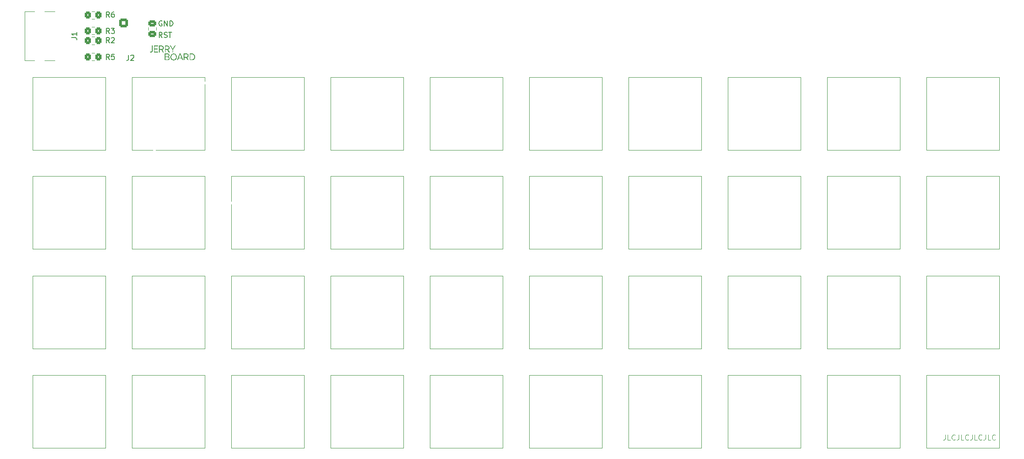
<source format=gto>
G04 #@! TF.GenerationSoftware,KiCad,Pcbnew,8.0.9-8.0.9-0~ubuntu22.04.1*
G04 #@! TF.CreationDate,2025-05-05T00:51:58+08:00*
G04 #@! TF.ProjectId,macropad,6d616372-6f70-4616-942e-6b696361645f,rev?*
G04 #@! TF.SameCoordinates,Original*
G04 #@! TF.FileFunction,Legend,Top*
G04 #@! TF.FilePolarity,Positive*
%FSLAX46Y46*%
G04 Gerber Fmt 4.6, Leading zero omitted, Abs format (unit mm)*
G04 Created by KiCad (PCBNEW 8.0.9-8.0.9-0~ubuntu22.04.1) date 2025-05-05 00:51:58*
%MOMM*%
%LPD*%
G01*
G04 APERTURE LIST*
G04 Aperture macros list*
%AMRoundRect*
0 Rectangle with rounded corners*
0 $1 Rounding radius*
0 $2 $3 $4 $5 $6 $7 $8 $9 X,Y pos of 4 corners*
0 Add a 4 corners polygon primitive as box body*
4,1,4,$2,$3,$4,$5,$6,$7,$8,$9,$2,$3,0*
0 Add four circle primitives for the rounded corners*
1,1,$1+$1,$2,$3*
1,1,$1+$1,$4,$5*
1,1,$1+$1,$6,$7*
1,1,$1+$1,$8,$9*
0 Add four rect primitives between the rounded corners*
20,1,$1+$1,$2,$3,$4,$5,0*
20,1,$1+$1,$4,$5,$6,$7,0*
20,1,$1+$1,$6,$7,$8,$9,0*
20,1,$1+$1,$8,$9,$2,$3,0*%
G04 Aperture macros list end*
%ADD10C,0.100000*%
%ADD11C,0.150000*%
%ADD12C,0.120000*%
%ADD13C,1.700000*%
%ADD14C,4.000000*%
%ADD15C,2.200000*%
%ADD16RoundRect,0.250000X-0.475000X0.337500X-0.475000X-0.337500X0.475000X-0.337500X0.475000X0.337500X0*%
%ADD17C,5.300000*%
%ADD18RoundRect,0.250000X-0.600000X-0.600000X0.600000X-0.600000X0.600000X0.600000X-0.600000X0.600000X0*%
%ADD19RoundRect,0.250000X0.350000X0.450000X-0.350000X0.450000X-0.350000X-0.450000X0.350000X-0.450000X0*%
%ADD20RoundRect,0.250000X-0.350000X-0.450000X0.350000X-0.450000X0.350000X0.450000X-0.350000X0.450000X0*%
%ADD21C,0.650000*%
%ADD22R,1.450000X0.600000*%
%ADD23R,1.450000X0.300000*%
%ADD24O,2.100000X1.000000*%
%ADD25O,1.600000X1.000000*%
%ADD26C,0.600000*%
G04 APERTURE END LIST*
D10*
X249339598Y-156872419D02*
X249339598Y-157586704D01*
X249339598Y-157586704D02*
X249291979Y-157729561D01*
X249291979Y-157729561D02*
X249196741Y-157824800D01*
X249196741Y-157824800D02*
X249053884Y-157872419D01*
X249053884Y-157872419D02*
X248958646Y-157872419D01*
X250291979Y-157872419D02*
X249815789Y-157872419D01*
X249815789Y-157872419D02*
X249815789Y-156872419D01*
X251196741Y-157777180D02*
X251149122Y-157824800D01*
X251149122Y-157824800D02*
X251006265Y-157872419D01*
X251006265Y-157872419D02*
X250911027Y-157872419D01*
X250911027Y-157872419D02*
X250768170Y-157824800D01*
X250768170Y-157824800D02*
X250672932Y-157729561D01*
X250672932Y-157729561D02*
X250625313Y-157634323D01*
X250625313Y-157634323D02*
X250577694Y-157443847D01*
X250577694Y-157443847D02*
X250577694Y-157300990D01*
X250577694Y-157300990D02*
X250625313Y-157110514D01*
X250625313Y-157110514D02*
X250672932Y-157015276D01*
X250672932Y-157015276D02*
X250768170Y-156920038D01*
X250768170Y-156920038D02*
X250911027Y-156872419D01*
X250911027Y-156872419D02*
X251006265Y-156872419D01*
X251006265Y-156872419D02*
X251149122Y-156920038D01*
X251149122Y-156920038D02*
X251196741Y-156967657D01*
X251911027Y-156872419D02*
X251911027Y-157586704D01*
X251911027Y-157586704D02*
X251863408Y-157729561D01*
X251863408Y-157729561D02*
X251768170Y-157824800D01*
X251768170Y-157824800D02*
X251625313Y-157872419D01*
X251625313Y-157872419D02*
X251530075Y-157872419D01*
X252863408Y-157872419D02*
X252387218Y-157872419D01*
X252387218Y-157872419D02*
X252387218Y-156872419D01*
X253768170Y-157777180D02*
X253720551Y-157824800D01*
X253720551Y-157824800D02*
X253577694Y-157872419D01*
X253577694Y-157872419D02*
X253482456Y-157872419D01*
X253482456Y-157872419D02*
X253339599Y-157824800D01*
X253339599Y-157824800D02*
X253244361Y-157729561D01*
X253244361Y-157729561D02*
X253196742Y-157634323D01*
X253196742Y-157634323D02*
X253149123Y-157443847D01*
X253149123Y-157443847D02*
X253149123Y-157300990D01*
X253149123Y-157300990D02*
X253196742Y-157110514D01*
X253196742Y-157110514D02*
X253244361Y-157015276D01*
X253244361Y-157015276D02*
X253339599Y-156920038D01*
X253339599Y-156920038D02*
X253482456Y-156872419D01*
X253482456Y-156872419D02*
X253577694Y-156872419D01*
X253577694Y-156872419D02*
X253720551Y-156920038D01*
X253720551Y-156920038D02*
X253768170Y-156967657D01*
X254482456Y-156872419D02*
X254482456Y-157586704D01*
X254482456Y-157586704D02*
X254434837Y-157729561D01*
X254434837Y-157729561D02*
X254339599Y-157824800D01*
X254339599Y-157824800D02*
X254196742Y-157872419D01*
X254196742Y-157872419D02*
X254101504Y-157872419D01*
X255434837Y-157872419D02*
X254958647Y-157872419D01*
X254958647Y-157872419D02*
X254958647Y-156872419D01*
X256339599Y-157777180D02*
X256291980Y-157824800D01*
X256291980Y-157824800D02*
X256149123Y-157872419D01*
X256149123Y-157872419D02*
X256053885Y-157872419D01*
X256053885Y-157872419D02*
X255911028Y-157824800D01*
X255911028Y-157824800D02*
X255815790Y-157729561D01*
X255815790Y-157729561D02*
X255768171Y-157634323D01*
X255768171Y-157634323D02*
X255720552Y-157443847D01*
X255720552Y-157443847D02*
X255720552Y-157300990D01*
X255720552Y-157300990D02*
X255768171Y-157110514D01*
X255768171Y-157110514D02*
X255815790Y-157015276D01*
X255815790Y-157015276D02*
X255911028Y-156920038D01*
X255911028Y-156920038D02*
X256053885Y-156872419D01*
X256053885Y-156872419D02*
X256149123Y-156872419D01*
X256149123Y-156872419D02*
X256291980Y-156920038D01*
X256291980Y-156920038D02*
X256339599Y-156967657D01*
X257053885Y-156872419D02*
X257053885Y-157586704D01*
X257053885Y-157586704D02*
X257006266Y-157729561D01*
X257006266Y-157729561D02*
X256911028Y-157824800D01*
X256911028Y-157824800D02*
X256768171Y-157872419D01*
X256768171Y-157872419D02*
X256672933Y-157872419D01*
X258006266Y-157872419D02*
X257530076Y-157872419D01*
X257530076Y-157872419D02*
X257530076Y-156872419D01*
X258911028Y-157777180D02*
X258863409Y-157824800D01*
X258863409Y-157824800D02*
X258720552Y-157872419D01*
X258720552Y-157872419D02*
X258625314Y-157872419D01*
X258625314Y-157872419D02*
X258482457Y-157824800D01*
X258482457Y-157824800D02*
X258387219Y-157729561D01*
X258387219Y-157729561D02*
X258339600Y-157634323D01*
X258339600Y-157634323D02*
X258291981Y-157443847D01*
X258291981Y-157443847D02*
X258291981Y-157300990D01*
X258291981Y-157300990D02*
X258339600Y-157110514D01*
X258339600Y-157110514D02*
X258387219Y-157015276D01*
X258387219Y-157015276D02*
X258482457Y-156920038D01*
X258482457Y-156920038D02*
X258625314Y-156872419D01*
X258625314Y-156872419D02*
X258720552Y-156872419D01*
X258720552Y-156872419D02*
X258863409Y-156920038D01*
X258863409Y-156920038D02*
X258911028Y-156967657D01*
G36*
X100124449Y-83750299D02*
G01*
X100193217Y-83758158D01*
X100255399Y-83772451D01*
X100327799Y-83801017D01*
X100387853Y-83839824D01*
X100435196Y-83888185D01*
X100469464Y-83945418D01*
X100490293Y-84010836D01*
X100497316Y-84083755D01*
X100496388Y-84110079D01*
X100482934Y-84181411D01*
X100454694Y-84241558D01*
X100413240Y-84290872D01*
X100360140Y-84329704D01*
X100296964Y-84358406D01*
X100309563Y-84361033D01*
X100370427Y-84379946D01*
X100436335Y-84416195D01*
X100490681Y-84468536D01*
X100524248Y-84525441D01*
X100544685Y-84595279D01*
X100550024Y-84660999D01*
X100545819Y-84723195D01*
X100527237Y-84798200D01*
X100494018Y-84863652D01*
X100446368Y-84919007D01*
X100384498Y-84963722D01*
X100308614Y-84997254D01*
X100242631Y-85014738D01*
X100168971Y-85025396D01*
X100087721Y-85029000D01*
X99623513Y-85029000D01*
X99623513Y-84885482D01*
X99781953Y-84885482D01*
X100087721Y-84885482D01*
X100157057Y-84881605D01*
X100231305Y-84866278D01*
X100291514Y-84840038D01*
X100344875Y-84795251D01*
X100377214Y-84737236D01*
X100388091Y-84667349D01*
X100376588Y-84591631D01*
X100342949Y-84530573D01*
X100288481Y-84484701D01*
X100228122Y-84458457D01*
X100154960Y-84443430D01*
X100087721Y-84439690D01*
X99781953Y-84439690D01*
X99781953Y-84885482D01*
X99623513Y-84885482D01*
X99623513Y-84297761D01*
X99781953Y-84297761D01*
X100082323Y-84297761D01*
X100097474Y-84297540D01*
X100166839Y-84289946D01*
X100235497Y-84267119D01*
X100294419Y-84222756D01*
X100329240Y-84160702D01*
X100338876Y-84094551D01*
X100337816Y-84071510D01*
X100322097Y-84009819D01*
X100280651Y-83953006D01*
X100226038Y-83918467D01*
X100154467Y-83898071D01*
X100082323Y-83892611D01*
X99781953Y-83892611D01*
X99781953Y-84297761D01*
X99623513Y-84297761D01*
X99623513Y-83748776D01*
X100075020Y-83748776D01*
X100124449Y-83750299D01*
G37*
G36*
X101341535Y-83749573D02*
G01*
X101406085Y-83755852D01*
X101497480Y-83776517D01*
X101581741Y-83809926D01*
X101658173Y-83855234D01*
X101726080Y-83911598D01*
X101784767Y-83978173D01*
X101833538Y-84054114D01*
X101871698Y-84138576D01*
X101890900Y-84199202D01*
X101904870Y-84262989D01*
X101913404Y-84329688D01*
X101916294Y-84399048D01*
X101915567Y-84434073D01*
X101909829Y-84502180D01*
X101898552Y-84567487D01*
X101881940Y-84629746D01*
X101847471Y-84716875D01*
X101802160Y-84795745D01*
X101746701Y-84865519D01*
X101681790Y-84925354D01*
X101608123Y-84974412D01*
X101526394Y-85011854D01*
X101437300Y-85036838D01*
X101374155Y-85046158D01*
X101308251Y-85049321D01*
X101274968Y-85048525D01*
X101210418Y-85042252D01*
X101119023Y-85021607D01*
X101034762Y-84988225D01*
X100958330Y-84942946D01*
X100890423Y-84886609D01*
X100831736Y-84820055D01*
X100782965Y-84744124D01*
X100744805Y-84659654D01*
X100725603Y-84599013D01*
X100711633Y-84535199D01*
X100703099Y-84468461D01*
X100700209Y-84399048D01*
X100862142Y-84399048D01*
X100864232Y-84453276D01*
X100874989Y-84530502D01*
X100894474Y-84602239D01*
X100922218Y-84667863D01*
X100957752Y-84726755D01*
X101000605Y-84778292D01*
X101050310Y-84821853D01*
X101106397Y-84856815D01*
X101168395Y-84882558D01*
X101235837Y-84898460D01*
X101308251Y-84903898D01*
X101357054Y-84901466D01*
X101426188Y-84888983D01*
X101490024Y-84866451D01*
X101548096Y-84834493D01*
X101599938Y-84793729D01*
X101645083Y-84744782D01*
X101683066Y-84688273D01*
X101713419Y-84624823D01*
X101735677Y-84555055D01*
X101749374Y-84479589D01*
X101754043Y-84399048D01*
X101751957Y-84344877D01*
X101741217Y-84267721D01*
X101721761Y-84196042D01*
X101694054Y-84130461D01*
X101658563Y-84071602D01*
X101615754Y-84020089D01*
X101566092Y-83976545D01*
X101510045Y-83941592D01*
X101448078Y-83915854D01*
X101380658Y-83899954D01*
X101308251Y-83894516D01*
X101259445Y-83896948D01*
X101190294Y-83909430D01*
X101126429Y-83931958D01*
X101068320Y-83963908D01*
X101016436Y-84004658D01*
X100971246Y-84053584D01*
X100933220Y-84110064D01*
X100902827Y-84173473D01*
X100880537Y-84243189D01*
X100866819Y-84318588D01*
X100862142Y-84399048D01*
X100700209Y-84399048D01*
X100700936Y-84364051D01*
X100706673Y-84295990D01*
X100717951Y-84230716D01*
X100734563Y-84168478D01*
X100769032Y-84081363D01*
X100814343Y-84002488D01*
X100869802Y-83932697D01*
X100934713Y-83872836D01*
X101008380Y-83823748D01*
X101090109Y-83786279D01*
X101179203Y-83761272D01*
X101242348Y-83751942D01*
X101308251Y-83748776D01*
X101341535Y-83749573D01*
G37*
G36*
X103114598Y-85029000D02*
G01*
X102945362Y-85029000D01*
X102810736Y-84683542D01*
X102255718Y-84683542D01*
X102120774Y-85029000D01*
X101957254Y-85029000D01*
X102142802Y-84540025D01*
X102303028Y-84540025D01*
X102763426Y-84540025D01*
X102532274Y-83921822D01*
X102303028Y-84540025D01*
X102142802Y-84540025D01*
X102443053Y-83748776D01*
X102630704Y-83748776D01*
X103114598Y-85029000D01*
G37*
G36*
X103793180Y-83750554D02*
G01*
X103859245Y-83759743D01*
X103939180Y-83783681D01*
X104008897Y-83820292D01*
X104067415Y-83868833D01*
X104113750Y-83928559D01*
X104146921Y-83998725D01*
X104165945Y-84078588D01*
X104170338Y-84144401D01*
X104167550Y-84194244D01*
X104155463Y-84256818D01*
X104127741Y-84327937D01*
X104087089Y-84390056D01*
X104034669Y-84441984D01*
X103971645Y-84482528D01*
X103899180Y-84510496D01*
X104184944Y-85029000D01*
X104006500Y-85029000D01*
X103737247Y-84541295D01*
X103416873Y-84541295D01*
X103416873Y-85029000D01*
X103258433Y-85029000D01*
X103258433Y-84395873D01*
X103416873Y-84395873D01*
X103733436Y-84395873D01*
X103793385Y-84391280D01*
X103859528Y-84373219D01*
X103924585Y-84334947D01*
X103972270Y-84280381D01*
X104000724Y-84211443D01*
X104008405Y-84144401D01*
X104003470Y-84090088D01*
X103978456Y-84019191D01*
X103934027Y-83962544D01*
X103872117Y-83921903D01*
X103808568Y-83901532D01*
X103735341Y-83894516D01*
X103416873Y-83894516D01*
X103416873Y-84395873D01*
X103258433Y-84395873D01*
X103258433Y-83748776D01*
X103746454Y-83748776D01*
X103793180Y-83750554D01*
G37*
G36*
X104850344Y-83751741D02*
G01*
X104919459Y-83760510D01*
X104984649Y-83774899D01*
X105045788Y-83794722D01*
X105129631Y-83834238D01*
X105203659Y-83884938D01*
X105267453Y-83946193D01*
X105320591Y-84017378D01*
X105362653Y-84097866D01*
X105393218Y-84187031D01*
X105407000Y-84250986D01*
X105415360Y-84318334D01*
X105418175Y-84388888D01*
X105415360Y-84459181D01*
X105407000Y-84526334D01*
X105393218Y-84590155D01*
X105362653Y-84679218D01*
X105320591Y-84759700D01*
X105267453Y-84830953D01*
X105203659Y-84892325D01*
X105129631Y-84943168D01*
X105045788Y-84982831D01*
X104984649Y-85002741D01*
X104919459Y-85017201D01*
X104850344Y-85026018D01*
X104777428Y-85029000D01*
X104369738Y-85029000D01*
X104369738Y-84883577D01*
X104528178Y-84883577D01*
X104777428Y-84883577D01*
X104833822Y-84881304D01*
X104912153Y-84869584D01*
X104982846Y-84848298D01*
X105045756Y-84817909D01*
X105100742Y-84778874D01*
X105147661Y-84731655D01*
X105186369Y-84676711D01*
X105216724Y-84614503D01*
X105238583Y-84545490D01*
X105251803Y-84470131D01*
X105256242Y-84388888D01*
X105254265Y-84333836D01*
X105243957Y-84256214D01*
X105224961Y-84184924D01*
X105197422Y-84120398D01*
X105161483Y-84063069D01*
X105117285Y-84013372D01*
X105064973Y-83971739D01*
X105004688Y-83938604D01*
X104936573Y-83914399D01*
X104860773Y-83899559D01*
X104777428Y-83894516D01*
X104528178Y-83894516D01*
X104528178Y-84883577D01*
X104369738Y-84883577D01*
X104369738Y-83748776D01*
X104777428Y-83748776D01*
X104850344Y-83751741D01*
G37*
G36*
X97104665Y-83215294D02*
G01*
X97097664Y-83282095D01*
X97066682Y-83342657D01*
X97008499Y-83375869D01*
X96942732Y-83383577D01*
X96797309Y-83383577D01*
X96797309Y-83529000D01*
X96962735Y-83529000D01*
X97032071Y-83524166D01*
X97106319Y-83504648D01*
X97166528Y-83470360D01*
X97212443Y-83421519D01*
X97243811Y-83358345D01*
X97260376Y-83281054D01*
X97263105Y-83227995D01*
X97263105Y-82248776D01*
X97104665Y-82248776D01*
X97104665Y-83215294D01*
G37*
G36*
X97509815Y-83529000D02*
G01*
X98345198Y-83529000D01*
X98345198Y-83383577D01*
X97668255Y-83383577D01*
X97668255Y-82943183D01*
X98212477Y-82943183D01*
X98212477Y-82797443D01*
X97668255Y-82797443D01*
X97668255Y-82394516D01*
X98321702Y-82394516D01*
X98321702Y-82248776D01*
X97509815Y-82248776D01*
X97509815Y-83529000D01*
G37*
G36*
X99058071Y-82250554D02*
G01*
X99124137Y-82259743D01*
X99204072Y-82283681D01*
X99273789Y-82320292D01*
X99332307Y-82368833D01*
X99378642Y-82428559D01*
X99411813Y-82498725D01*
X99430837Y-82578588D01*
X99435230Y-82644401D01*
X99432442Y-82694244D01*
X99420355Y-82756818D01*
X99392633Y-82827937D01*
X99351981Y-82890056D01*
X99299561Y-82941984D01*
X99236537Y-82982528D01*
X99164071Y-83010496D01*
X99449836Y-83529000D01*
X99271392Y-83529000D01*
X99002138Y-83041295D01*
X98681765Y-83041295D01*
X98681765Y-83529000D01*
X98523325Y-83529000D01*
X98523325Y-82895873D01*
X98681765Y-82895873D01*
X98998328Y-82895873D01*
X99058277Y-82891280D01*
X99124420Y-82873219D01*
X99189477Y-82834947D01*
X99237161Y-82780381D01*
X99265616Y-82711443D01*
X99273297Y-82644401D01*
X99268362Y-82590088D01*
X99243348Y-82519191D01*
X99198919Y-82462544D01*
X99137009Y-82421903D01*
X99073460Y-82401532D01*
X99000233Y-82394516D01*
X98681765Y-82394516D01*
X98681765Y-82895873D01*
X98523325Y-82895873D01*
X98523325Y-82248776D01*
X99011346Y-82248776D01*
X99058071Y-82250554D01*
G37*
G36*
X100169376Y-82250554D02*
G01*
X100235442Y-82259743D01*
X100315377Y-82283681D01*
X100385094Y-82320292D01*
X100443612Y-82368833D01*
X100489947Y-82428559D01*
X100523118Y-82498725D01*
X100542142Y-82578588D01*
X100546535Y-82644401D01*
X100543747Y-82694244D01*
X100531660Y-82756818D01*
X100503938Y-82827937D01*
X100463286Y-82890056D01*
X100410866Y-82941984D01*
X100347842Y-82982528D01*
X100275376Y-83010496D01*
X100561140Y-83529000D01*
X100382697Y-83529000D01*
X100113443Y-83041295D01*
X99793070Y-83041295D01*
X99793070Y-83529000D01*
X99634630Y-83529000D01*
X99634630Y-82895873D01*
X99793070Y-82895873D01*
X100109633Y-82895873D01*
X100169582Y-82891280D01*
X100235725Y-82873219D01*
X100300782Y-82834947D01*
X100348466Y-82780381D01*
X100376921Y-82711443D01*
X100384602Y-82644401D01*
X100379667Y-82590088D01*
X100354652Y-82519191D01*
X100310224Y-82462544D01*
X100248314Y-82421903D01*
X100184765Y-82401532D01*
X100111538Y-82394516D01*
X99793070Y-82394516D01*
X99793070Y-82895873D01*
X99634630Y-82895873D01*
X99634630Y-82248776D01*
X100122651Y-82248776D01*
X100169376Y-82250554D01*
G37*
G36*
X101068213Y-83055584D02*
G01*
X101068213Y-83529000D01*
X101226653Y-83529000D01*
X101226653Y-83055584D01*
X101707372Y-82248776D01*
X101528928Y-82248776D01*
X101148545Y-82883490D01*
X100773558Y-82248776D01*
X100587812Y-82248776D01*
X101068213Y-83055584D01*
G37*
D11*
X99060588Y-77517438D02*
X98965350Y-77469819D01*
X98965350Y-77469819D02*
X98822493Y-77469819D01*
X98822493Y-77469819D02*
X98679636Y-77517438D01*
X98679636Y-77517438D02*
X98584398Y-77612676D01*
X98584398Y-77612676D02*
X98536779Y-77707914D01*
X98536779Y-77707914D02*
X98489160Y-77898390D01*
X98489160Y-77898390D02*
X98489160Y-78041247D01*
X98489160Y-78041247D02*
X98536779Y-78231723D01*
X98536779Y-78231723D02*
X98584398Y-78326961D01*
X98584398Y-78326961D02*
X98679636Y-78422200D01*
X98679636Y-78422200D02*
X98822493Y-78469819D01*
X98822493Y-78469819D02*
X98917731Y-78469819D01*
X98917731Y-78469819D02*
X99060588Y-78422200D01*
X99060588Y-78422200D02*
X99108207Y-78374580D01*
X99108207Y-78374580D02*
X99108207Y-78041247D01*
X99108207Y-78041247D02*
X98917731Y-78041247D01*
X99536779Y-78469819D02*
X99536779Y-77469819D01*
X99536779Y-77469819D02*
X100108207Y-78469819D01*
X100108207Y-78469819D02*
X100108207Y-77469819D01*
X100584398Y-78469819D02*
X100584398Y-77469819D01*
X100584398Y-77469819D02*
X100822493Y-77469819D01*
X100822493Y-77469819D02*
X100965350Y-77517438D01*
X100965350Y-77517438D02*
X101060588Y-77612676D01*
X101060588Y-77612676D02*
X101108207Y-77707914D01*
X101108207Y-77707914D02*
X101155826Y-77898390D01*
X101155826Y-77898390D02*
X101155826Y-78041247D01*
X101155826Y-78041247D02*
X101108207Y-78231723D01*
X101108207Y-78231723D02*
X101060588Y-78326961D01*
X101060588Y-78326961D02*
X100965350Y-78422200D01*
X100965350Y-78422200D02*
X100822493Y-78469819D01*
X100822493Y-78469819D02*
X100584398Y-78469819D01*
X99108207Y-80669819D02*
X98774874Y-80193628D01*
X98536779Y-80669819D02*
X98536779Y-79669819D01*
X98536779Y-79669819D02*
X98917731Y-79669819D01*
X98917731Y-79669819D02*
X99012969Y-79717438D01*
X99012969Y-79717438D02*
X99060588Y-79765057D01*
X99060588Y-79765057D02*
X99108207Y-79860295D01*
X99108207Y-79860295D02*
X99108207Y-80003152D01*
X99108207Y-80003152D02*
X99060588Y-80098390D01*
X99060588Y-80098390D02*
X99012969Y-80146009D01*
X99012969Y-80146009D02*
X98917731Y-80193628D01*
X98917731Y-80193628D02*
X98536779Y-80193628D01*
X99489160Y-80622200D02*
X99632017Y-80669819D01*
X99632017Y-80669819D02*
X99870112Y-80669819D01*
X99870112Y-80669819D02*
X99965350Y-80622200D01*
X99965350Y-80622200D02*
X100012969Y-80574580D01*
X100012969Y-80574580D02*
X100060588Y-80479342D01*
X100060588Y-80479342D02*
X100060588Y-80384104D01*
X100060588Y-80384104D02*
X100012969Y-80288866D01*
X100012969Y-80288866D02*
X99965350Y-80241247D01*
X99965350Y-80241247D02*
X99870112Y-80193628D01*
X99870112Y-80193628D02*
X99679636Y-80146009D01*
X99679636Y-80146009D02*
X99584398Y-80098390D01*
X99584398Y-80098390D02*
X99536779Y-80050771D01*
X99536779Y-80050771D02*
X99489160Y-79955533D01*
X99489160Y-79955533D02*
X99489160Y-79860295D01*
X99489160Y-79860295D02*
X99536779Y-79765057D01*
X99536779Y-79765057D02*
X99584398Y-79717438D01*
X99584398Y-79717438D02*
X99679636Y-79669819D01*
X99679636Y-79669819D02*
X99917731Y-79669819D01*
X99917731Y-79669819D02*
X100060588Y-79717438D01*
X100346303Y-79669819D02*
X100917731Y-79669819D01*
X100632017Y-80669819D02*
X100632017Y-79669819D01*
X92666666Y-84054819D02*
X92666666Y-84769104D01*
X92666666Y-84769104D02*
X92619047Y-84911961D01*
X92619047Y-84911961D02*
X92523809Y-85007200D01*
X92523809Y-85007200D02*
X92380952Y-85054819D01*
X92380952Y-85054819D02*
X92285714Y-85054819D01*
X93095238Y-84150057D02*
X93142857Y-84102438D01*
X93142857Y-84102438D02*
X93238095Y-84054819D01*
X93238095Y-84054819D02*
X93476190Y-84054819D01*
X93476190Y-84054819D02*
X93571428Y-84102438D01*
X93571428Y-84102438D02*
X93619047Y-84150057D01*
X93619047Y-84150057D02*
X93666666Y-84245295D01*
X93666666Y-84245295D02*
X93666666Y-84340533D01*
X93666666Y-84340533D02*
X93619047Y-84483390D01*
X93619047Y-84483390D02*
X93047619Y-85054819D01*
X93047619Y-85054819D02*
X93666666Y-85054819D01*
X88998333Y-84899819D02*
X88665000Y-84423628D01*
X88426905Y-84899819D02*
X88426905Y-83899819D01*
X88426905Y-83899819D02*
X88807857Y-83899819D01*
X88807857Y-83899819D02*
X88903095Y-83947438D01*
X88903095Y-83947438D02*
X88950714Y-83995057D01*
X88950714Y-83995057D02*
X88998333Y-84090295D01*
X88998333Y-84090295D02*
X88998333Y-84233152D01*
X88998333Y-84233152D02*
X88950714Y-84328390D01*
X88950714Y-84328390D02*
X88903095Y-84376009D01*
X88903095Y-84376009D02*
X88807857Y-84423628D01*
X88807857Y-84423628D02*
X88426905Y-84423628D01*
X89903095Y-83899819D02*
X89426905Y-83899819D01*
X89426905Y-83899819D02*
X89379286Y-84376009D01*
X89379286Y-84376009D02*
X89426905Y-84328390D01*
X89426905Y-84328390D02*
X89522143Y-84280771D01*
X89522143Y-84280771D02*
X89760238Y-84280771D01*
X89760238Y-84280771D02*
X89855476Y-84328390D01*
X89855476Y-84328390D02*
X89903095Y-84376009D01*
X89903095Y-84376009D02*
X89950714Y-84471247D01*
X89950714Y-84471247D02*
X89950714Y-84709342D01*
X89950714Y-84709342D02*
X89903095Y-84804580D01*
X89903095Y-84804580D02*
X89855476Y-84852200D01*
X89855476Y-84852200D02*
X89760238Y-84899819D01*
X89760238Y-84899819D02*
X89522143Y-84899819D01*
X89522143Y-84899819D02*
X89426905Y-84852200D01*
X89426905Y-84852200D02*
X89379286Y-84804580D01*
X88998333Y-79899819D02*
X88665000Y-79423628D01*
X88426905Y-79899819D02*
X88426905Y-78899819D01*
X88426905Y-78899819D02*
X88807857Y-78899819D01*
X88807857Y-78899819D02*
X88903095Y-78947438D01*
X88903095Y-78947438D02*
X88950714Y-78995057D01*
X88950714Y-78995057D02*
X88998333Y-79090295D01*
X88998333Y-79090295D02*
X88998333Y-79233152D01*
X88998333Y-79233152D02*
X88950714Y-79328390D01*
X88950714Y-79328390D02*
X88903095Y-79376009D01*
X88903095Y-79376009D02*
X88807857Y-79423628D01*
X88807857Y-79423628D02*
X88426905Y-79423628D01*
X89331667Y-78899819D02*
X89950714Y-78899819D01*
X89950714Y-78899819D02*
X89617381Y-79280771D01*
X89617381Y-79280771D02*
X89760238Y-79280771D01*
X89760238Y-79280771D02*
X89855476Y-79328390D01*
X89855476Y-79328390D02*
X89903095Y-79376009D01*
X89903095Y-79376009D02*
X89950714Y-79471247D01*
X89950714Y-79471247D02*
X89950714Y-79709342D01*
X89950714Y-79709342D02*
X89903095Y-79804580D01*
X89903095Y-79804580D02*
X89855476Y-79852200D01*
X89855476Y-79852200D02*
X89760238Y-79899819D01*
X89760238Y-79899819D02*
X89474524Y-79899819D01*
X89474524Y-79899819D02*
X89379286Y-79852200D01*
X89379286Y-79852200D02*
X89331667Y-79804580D01*
X88998333Y-81699819D02*
X88665000Y-81223628D01*
X88426905Y-81699819D02*
X88426905Y-80699819D01*
X88426905Y-80699819D02*
X88807857Y-80699819D01*
X88807857Y-80699819D02*
X88903095Y-80747438D01*
X88903095Y-80747438D02*
X88950714Y-80795057D01*
X88950714Y-80795057D02*
X88998333Y-80890295D01*
X88998333Y-80890295D02*
X88998333Y-81033152D01*
X88998333Y-81033152D02*
X88950714Y-81128390D01*
X88950714Y-81128390D02*
X88903095Y-81176009D01*
X88903095Y-81176009D02*
X88807857Y-81223628D01*
X88807857Y-81223628D02*
X88426905Y-81223628D01*
X89379286Y-80795057D02*
X89426905Y-80747438D01*
X89426905Y-80747438D02*
X89522143Y-80699819D01*
X89522143Y-80699819D02*
X89760238Y-80699819D01*
X89760238Y-80699819D02*
X89855476Y-80747438D01*
X89855476Y-80747438D02*
X89903095Y-80795057D01*
X89903095Y-80795057D02*
X89950714Y-80890295D01*
X89950714Y-80890295D02*
X89950714Y-80985533D01*
X89950714Y-80985533D02*
X89903095Y-81128390D01*
X89903095Y-81128390D02*
X89331667Y-81699819D01*
X89331667Y-81699819D02*
X89950714Y-81699819D01*
X81739819Y-80708333D02*
X82454104Y-80708333D01*
X82454104Y-80708333D02*
X82596961Y-80755952D01*
X82596961Y-80755952D02*
X82692200Y-80851190D01*
X82692200Y-80851190D02*
X82739819Y-80994047D01*
X82739819Y-80994047D02*
X82739819Y-81089285D01*
X82739819Y-79708333D02*
X82739819Y-80279761D01*
X82739819Y-79994047D02*
X81739819Y-79994047D01*
X81739819Y-79994047D02*
X81882676Y-80089285D01*
X81882676Y-80089285D02*
X81977914Y-80184523D01*
X81977914Y-80184523D02*
X82025533Y-80279761D01*
X88998333Y-76774819D02*
X88665000Y-76298628D01*
X88426905Y-76774819D02*
X88426905Y-75774819D01*
X88426905Y-75774819D02*
X88807857Y-75774819D01*
X88807857Y-75774819D02*
X88903095Y-75822438D01*
X88903095Y-75822438D02*
X88950714Y-75870057D01*
X88950714Y-75870057D02*
X88998333Y-75965295D01*
X88998333Y-75965295D02*
X88998333Y-76108152D01*
X88998333Y-76108152D02*
X88950714Y-76203390D01*
X88950714Y-76203390D02*
X88903095Y-76251009D01*
X88903095Y-76251009D02*
X88807857Y-76298628D01*
X88807857Y-76298628D02*
X88426905Y-76298628D01*
X89855476Y-75774819D02*
X89665000Y-75774819D01*
X89665000Y-75774819D02*
X89569762Y-75822438D01*
X89569762Y-75822438D02*
X89522143Y-75870057D01*
X89522143Y-75870057D02*
X89426905Y-76012914D01*
X89426905Y-76012914D02*
X89379286Y-76203390D01*
X89379286Y-76203390D02*
X89379286Y-76584342D01*
X89379286Y-76584342D02*
X89426905Y-76679580D01*
X89426905Y-76679580D02*
X89474524Y-76727200D01*
X89474524Y-76727200D02*
X89569762Y-76774819D01*
X89569762Y-76774819D02*
X89760238Y-76774819D01*
X89760238Y-76774819D02*
X89855476Y-76727200D01*
X89855476Y-76727200D02*
X89903095Y-76679580D01*
X89903095Y-76679580D02*
X89950714Y-76584342D01*
X89950714Y-76584342D02*
X89950714Y-76346247D01*
X89950714Y-76346247D02*
X89903095Y-76251009D01*
X89903095Y-76251009D02*
X89855476Y-76203390D01*
X89855476Y-76203390D02*
X89760238Y-76155771D01*
X89760238Y-76155771D02*
X89569762Y-76155771D01*
X89569762Y-76155771D02*
X89474524Y-76203390D01*
X89474524Y-76203390D02*
X89426905Y-76251009D01*
X89426905Y-76251009D02*
X89379286Y-76346247D01*
D12*
X188595000Y-107235000D02*
X202565000Y-107235000D01*
X188595000Y-121205000D02*
X188595000Y-107235000D01*
X202565000Y-107235000D02*
X202565000Y-121205000D01*
X202565000Y-121205000D02*
X188595000Y-121205000D01*
X207645000Y-145415000D02*
X221615000Y-145415000D01*
X207645000Y-159385000D02*
X207645000Y-145415000D01*
X221615000Y-145415000D02*
X221615000Y-159385000D01*
X221615000Y-159385000D02*
X207645000Y-159385000D01*
X150495000Y-107235000D02*
X164465000Y-107235000D01*
X150495000Y-121205000D02*
X150495000Y-107235000D01*
X164465000Y-107235000D02*
X164465000Y-121205000D01*
X164465000Y-121205000D02*
X150495000Y-121205000D01*
X226695000Y-88265000D02*
X240665000Y-88265000D01*
X226695000Y-102235000D02*
X226695000Y-88265000D01*
X240665000Y-88265000D02*
X240665000Y-102235000D01*
X240665000Y-102235000D02*
X226695000Y-102235000D01*
X96465000Y-78738748D02*
X96465000Y-79261252D01*
X97935000Y-78738748D02*
X97935000Y-79261252D01*
X188595000Y-145415000D02*
X202565000Y-145415000D01*
X188595000Y-159385000D02*
X188595000Y-145415000D01*
X202565000Y-145415000D02*
X202565000Y-159385000D01*
X202565000Y-159385000D02*
X188595000Y-159385000D01*
X93345000Y-88265000D02*
X107315000Y-88265000D01*
X93345000Y-102235000D02*
X93345000Y-88265000D01*
X107315000Y-88265000D02*
X107315000Y-102235000D01*
X107315000Y-102235000D02*
X93345000Y-102235000D01*
X150495000Y-145415000D02*
X164465000Y-145415000D01*
X150495000Y-159385000D02*
X150495000Y-145415000D01*
X164465000Y-145415000D02*
X164465000Y-159385000D01*
X164465000Y-159385000D02*
X150495000Y-159385000D01*
X188595000Y-88265000D02*
X202565000Y-88265000D01*
X188595000Y-102235000D02*
X188595000Y-88265000D01*
X202565000Y-88265000D02*
X202565000Y-102235000D01*
X202565000Y-102235000D02*
X188595000Y-102235000D01*
X226695000Y-107235000D02*
X240665000Y-107235000D01*
X226695000Y-121205000D02*
X226695000Y-107235000D01*
X240665000Y-107235000D02*
X240665000Y-121205000D01*
X240665000Y-121205000D02*
X226695000Y-121205000D01*
X169545000Y-126365000D02*
X183515000Y-126365000D01*
X169545000Y-140335000D02*
X169545000Y-126365000D01*
X183515000Y-126365000D02*
X183515000Y-140335000D01*
X183515000Y-140335000D02*
X169545000Y-140335000D01*
X245745000Y-107235000D02*
X259715000Y-107235000D01*
X245745000Y-121205000D02*
X245745000Y-107235000D01*
X259715000Y-107235000D02*
X259715000Y-121205000D01*
X259715000Y-121205000D02*
X245745000Y-121205000D01*
X131445000Y-126365000D02*
X145415000Y-126365000D01*
X131445000Y-140335000D02*
X131445000Y-126365000D01*
X145415000Y-126365000D02*
X145415000Y-140335000D01*
X145415000Y-140335000D02*
X131445000Y-140335000D01*
X112395000Y-88265000D02*
X126365000Y-88265000D01*
X112395000Y-102235000D02*
X112395000Y-88265000D01*
X126365000Y-88265000D02*
X126365000Y-102235000D01*
X126365000Y-102235000D02*
X112395000Y-102235000D01*
X207645000Y-88265000D02*
X221615000Y-88265000D01*
X207645000Y-102235000D02*
X207645000Y-88265000D01*
X221615000Y-88265000D02*
X221615000Y-102235000D01*
X221615000Y-102235000D02*
X207645000Y-102235000D01*
X207645000Y-107235000D02*
X221615000Y-107235000D01*
X207645000Y-121205000D02*
X207645000Y-107235000D01*
X221615000Y-107235000D02*
X221615000Y-121205000D01*
X221615000Y-121205000D02*
X207645000Y-121205000D01*
X74295000Y-88265000D02*
X88265000Y-88265000D01*
X74295000Y-102235000D02*
X74295000Y-88265000D01*
X88265000Y-88265000D02*
X88265000Y-102235000D01*
X88265000Y-102235000D02*
X74295000Y-102235000D01*
X226695000Y-126365000D02*
X240665000Y-126365000D01*
X226695000Y-140335000D02*
X226695000Y-126365000D01*
X240665000Y-126365000D02*
X240665000Y-140335000D01*
X240665000Y-140335000D02*
X226695000Y-140335000D01*
X188595000Y-126365000D02*
X202565000Y-126365000D01*
X188595000Y-140335000D02*
X188595000Y-126365000D01*
X202565000Y-126365000D02*
X202565000Y-140335000D01*
X202565000Y-140335000D02*
X188595000Y-140335000D01*
X74295000Y-126365000D02*
X88265000Y-126365000D01*
X74295000Y-140335000D02*
X74295000Y-126365000D01*
X88265000Y-126365000D02*
X88265000Y-140335000D01*
X88265000Y-140335000D02*
X74295000Y-140335000D01*
X245745000Y-126365000D02*
X259715000Y-126365000D01*
X245745000Y-140335000D02*
X245745000Y-126365000D01*
X259715000Y-126365000D02*
X259715000Y-140335000D01*
X259715000Y-140335000D02*
X245745000Y-140335000D01*
X112395000Y-126365000D02*
X126365000Y-126365000D01*
X112395000Y-140335000D02*
X112395000Y-126365000D01*
X126365000Y-126365000D02*
X126365000Y-140335000D01*
X126365000Y-140335000D02*
X112395000Y-140335000D01*
X245745000Y-145415000D02*
X259715000Y-145415000D01*
X245745000Y-159385000D02*
X245745000Y-145415000D01*
X259715000Y-145415000D02*
X259715000Y-159385000D01*
X259715000Y-159385000D02*
X245745000Y-159385000D01*
X93345000Y-107235000D02*
X107315000Y-107235000D01*
X93345000Y-121205000D02*
X93345000Y-107235000D01*
X107315000Y-107235000D02*
X107315000Y-121205000D01*
X107315000Y-121205000D02*
X93345000Y-121205000D01*
X131445000Y-107235000D02*
X145415000Y-107235000D01*
X131445000Y-121205000D02*
X131445000Y-107235000D01*
X145415000Y-107235000D02*
X145415000Y-121205000D01*
X145415000Y-121205000D02*
X131445000Y-121205000D01*
X74295000Y-145415000D02*
X88265000Y-145415000D01*
X74295000Y-159385000D02*
X74295000Y-145415000D01*
X88265000Y-145415000D02*
X88265000Y-159385000D01*
X88265000Y-159385000D02*
X74295000Y-159385000D01*
X93345000Y-126365000D02*
X107315000Y-126365000D01*
X93345000Y-140335000D02*
X93345000Y-126365000D01*
X107315000Y-126365000D02*
X107315000Y-140335000D01*
X107315000Y-140335000D02*
X93345000Y-140335000D01*
X112395000Y-107235000D02*
X126365000Y-107235000D01*
X112395000Y-121205000D02*
X112395000Y-107235000D01*
X126365000Y-107235000D02*
X126365000Y-121205000D01*
X126365000Y-121205000D02*
X112395000Y-121205000D01*
X131445000Y-88265000D02*
X145415000Y-88265000D01*
X131445000Y-102235000D02*
X131445000Y-88265000D01*
X145415000Y-88265000D02*
X145415000Y-102235000D01*
X145415000Y-102235000D02*
X131445000Y-102235000D01*
X169545000Y-107235000D02*
X183515000Y-107235000D01*
X169545000Y-121205000D02*
X169545000Y-107235000D01*
X183515000Y-107235000D02*
X183515000Y-121205000D01*
X183515000Y-121205000D02*
X169545000Y-121205000D01*
X169545000Y-145415000D02*
X183515000Y-145415000D01*
X169545000Y-159385000D02*
X169545000Y-145415000D01*
X183515000Y-145415000D02*
X183515000Y-159385000D01*
X183515000Y-159385000D02*
X169545000Y-159385000D01*
X150495000Y-88265000D02*
X164465000Y-88265000D01*
X150495000Y-102235000D02*
X150495000Y-88265000D01*
X164465000Y-88265000D02*
X164465000Y-102235000D01*
X164465000Y-102235000D02*
X150495000Y-102235000D01*
X150495000Y-126365000D02*
X164465000Y-126365000D01*
X150495000Y-140335000D02*
X150495000Y-126365000D01*
X164465000Y-126365000D02*
X164465000Y-140335000D01*
X164465000Y-140335000D02*
X150495000Y-140335000D01*
X86092064Y-83640000D02*
X85637936Y-83640000D01*
X86092064Y-85110000D02*
X85637936Y-85110000D01*
X226695000Y-145415000D02*
X240665000Y-145415000D01*
X226695000Y-159385000D02*
X226695000Y-145415000D01*
X240665000Y-145415000D02*
X240665000Y-159385000D01*
X240665000Y-159385000D02*
X226695000Y-159385000D01*
X245745000Y-88265000D02*
X259715000Y-88265000D01*
X245745000Y-102235000D02*
X245745000Y-88265000D01*
X259715000Y-88265000D02*
X259715000Y-102235000D01*
X259715000Y-102235000D02*
X245745000Y-102235000D01*
X169545000Y-88265000D02*
X183515000Y-88265000D01*
X169545000Y-102235000D02*
X169545000Y-88265000D01*
X183515000Y-88265000D02*
X183515000Y-102235000D01*
X183515000Y-102235000D02*
X169545000Y-102235000D01*
X86092064Y-78640000D02*
X85637936Y-78640000D01*
X86092064Y-80110000D02*
X85637936Y-80110000D01*
X112395000Y-145415000D02*
X126365000Y-145415000D01*
X112395000Y-159385000D02*
X112395000Y-145415000D01*
X126365000Y-145415000D02*
X126365000Y-159385000D01*
X126365000Y-159385000D02*
X112395000Y-159385000D01*
X85637936Y-80550000D02*
X86092064Y-80550000D01*
X85637936Y-82020000D02*
X86092064Y-82020000D01*
X72740000Y-75675000D02*
X72740000Y-85075000D01*
X74640000Y-75675000D02*
X72740000Y-75675000D01*
X74640000Y-85075000D02*
X72740000Y-85075000D01*
X78540000Y-75675000D02*
X76540000Y-75675000D01*
X78540000Y-85075000D02*
X76540000Y-85075000D01*
X74295000Y-107235000D02*
X88265000Y-107235000D01*
X74295000Y-121205000D02*
X74295000Y-107235000D01*
X88265000Y-107235000D02*
X88265000Y-121205000D01*
X88265000Y-121205000D02*
X74295000Y-121205000D01*
X93345000Y-145415000D02*
X107315000Y-145415000D01*
X93345000Y-159385000D02*
X93345000Y-145415000D01*
X107315000Y-145415000D02*
X107315000Y-159385000D01*
X107315000Y-159385000D02*
X93345000Y-159385000D01*
X131445000Y-145415000D02*
X145415000Y-145415000D01*
X131445000Y-159385000D02*
X131445000Y-145415000D01*
X145415000Y-145415000D02*
X145415000Y-159385000D01*
X145415000Y-159385000D02*
X131445000Y-159385000D01*
X207645000Y-126365000D02*
X221615000Y-126365000D01*
X207645000Y-140335000D02*
X207645000Y-126365000D01*
X221615000Y-126365000D02*
X221615000Y-140335000D01*
X221615000Y-140335000D02*
X207645000Y-140335000D01*
X86092064Y-75665000D02*
X85637936Y-75665000D01*
X86092064Y-77135000D02*
X85637936Y-77135000D01*
%LPC*%
D13*
X190500000Y-114220000D03*
D14*
X195580000Y-114220000D03*
D13*
X200660000Y-114220000D03*
D15*
X198120000Y-109140000D03*
X191770000Y-111680000D03*
D13*
X209550000Y-152400000D03*
D14*
X214630000Y-152400000D03*
D13*
X219710000Y-152400000D03*
D15*
X217170000Y-147320000D03*
X210820000Y-149860000D03*
D13*
X152400000Y-114220000D03*
D14*
X157480000Y-114220000D03*
D13*
X162560000Y-114220000D03*
D15*
X160020000Y-109140000D03*
X153670000Y-111680000D03*
D13*
X228600000Y-95250000D03*
D14*
X233680000Y-95250000D03*
D13*
X238760000Y-95250000D03*
D15*
X236220000Y-90170000D03*
X229870000Y-92710000D03*
D16*
X97200000Y-77962500D03*
X97200000Y-80037500D03*
D13*
X190500000Y-152400000D03*
D14*
X195580000Y-152400000D03*
D13*
X200660000Y-152400000D03*
D15*
X198120000Y-147320000D03*
X191770000Y-149860000D03*
D13*
X95250000Y-95250000D03*
D14*
X100330000Y-95250000D03*
D13*
X105410000Y-95250000D03*
D15*
X102870000Y-90170000D03*
X96520000Y-92710000D03*
D13*
X152400000Y-152400000D03*
D14*
X157480000Y-152400000D03*
D13*
X162560000Y-152400000D03*
D15*
X160020000Y-147320000D03*
X153670000Y-149860000D03*
D13*
X190500000Y-95250000D03*
D14*
X195580000Y-95250000D03*
D13*
X200660000Y-95250000D03*
D15*
X198120000Y-90170000D03*
X191770000Y-92710000D03*
D13*
X228600000Y-114220000D03*
D14*
X233680000Y-114220000D03*
D13*
X238760000Y-114220000D03*
D15*
X236220000Y-109140000D03*
X229870000Y-111680000D03*
D13*
X171450000Y-133350000D03*
D14*
X176530000Y-133350000D03*
D13*
X181610000Y-133350000D03*
D15*
X179070000Y-128270000D03*
X172720000Y-130810000D03*
D13*
X247650000Y-114220000D03*
D14*
X252730000Y-114220000D03*
D13*
X257810000Y-114220000D03*
D15*
X255270000Y-109140000D03*
X248920000Y-111680000D03*
D13*
X133350000Y-133350000D03*
D14*
X138430000Y-133350000D03*
D13*
X143510000Y-133350000D03*
D15*
X140970000Y-128270000D03*
X134620000Y-130810000D03*
D13*
X114300000Y-95250000D03*
D14*
X119380000Y-95250000D03*
D13*
X124460000Y-95250000D03*
D15*
X121920000Y-90170000D03*
X115570000Y-92710000D03*
D13*
X209550000Y-95250000D03*
D14*
X214630000Y-95250000D03*
D13*
X219710000Y-95250000D03*
D15*
X217170000Y-90170000D03*
X210820000Y-92710000D03*
D17*
X167000000Y-123600000D03*
D13*
X209550000Y-114220000D03*
D14*
X214630000Y-114220000D03*
D13*
X219710000Y-114220000D03*
D15*
X217170000Y-109140000D03*
X210820000Y-111680000D03*
D13*
X76200000Y-95250000D03*
D14*
X81280000Y-95250000D03*
D13*
X86360000Y-95250000D03*
D15*
X83820000Y-90170000D03*
X77470000Y-92710000D03*
D13*
X228600000Y-133350000D03*
D14*
X233680000Y-133350000D03*
D13*
X238760000Y-133350000D03*
D15*
X236220000Y-128270000D03*
X229870000Y-130810000D03*
D13*
X190500000Y-133350000D03*
D14*
X195580000Y-133350000D03*
D13*
X200660000Y-133350000D03*
D15*
X198120000Y-128270000D03*
X191770000Y-130810000D03*
D13*
X76200000Y-133350000D03*
D14*
X81280000Y-133350000D03*
D13*
X86360000Y-133350000D03*
D15*
X83820000Y-128270000D03*
X77470000Y-130810000D03*
D13*
X247650000Y-133350000D03*
D14*
X252730000Y-133350000D03*
D13*
X257810000Y-133350000D03*
D15*
X255270000Y-128270000D03*
X248920000Y-130810000D03*
D13*
X114300000Y-133350000D03*
D14*
X119380000Y-133350000D03*
D13*
X124460000Y-133350000D03*
D15*
X121920000Y-128270000D03*
X115570000Y-130810000D03*
D13*
X247650000Y-152400000D03*
D14*
X252730000Y-152400000D03*
D13*
X257810000Y-152400000D03*
D15*
X255270000Y-147320000D03*
X248920000Y-149860000D03*
D13*
X95250000Y-114220000D03*
D14*
X100330000Y-114220000D03*
D13*
X105410000Y-114220000D03*
D15*
X102870000Y-109140000D03*
X96520000Y-111680000D03*
D13*
X133350000Y-114220000D03*
D14*
X138430000Y-114220000D03*
D13*
X143510000Y-114220000D03*
D15*
X140970000Y-109140000D03*
X134620000Y-111680000D03*
D13*
X76200000Y-152400000D03*
D14*
X81280000Y-152400000D03*
D13*
X86360000Y-152400000D03*
D15*
X83820000Y-147320000D03*
X77470000Y-149860000D03*
D18*
X91730000Y-77855000D03*
D13*
X94270000Y-77855000D03*
X91730000Y-80395000D03*
X94270000Y-80395000D03*
X91730000Y-82935000D03*
X94270000Y-82935000D03*
X95250000Y-133350000D03*
D14*
X100330000Y-133350000D03*
D13*
X105410000Y-133350000D03*
D15*
X102870000Y-128270000D03*
X96520000Y-130810000D03*
D13*
X114300000Y-114220000D03*
D14*
X119380000Y-114220000D03*
D13*
X124460000Y-114220000D03*
D15*
X121920000Y-109140000D03*
X115570000Y-111680000D03*
D17*
X243250000Y-143000000D03*
D13*
X133350000Y-95250000D03*
D14*
X138430000Y-95250000D03*
D13*
X143510000Y-95250000D03*
D15*
X140970000Y-90170000D03*
X134620000Y-92710000D03*
D13*
X171450000Y-114220000D03*
D14*
X176530000Y-114220000D03*
D13*
X181610000Y-114220000D03*
D15*
X179070000Y-109140000D03*
X172720000Y-111680000D03*
D17*
X90800000Y-104600000D03*
D13*
X171450000Y-152400000D03*
D14*
X176530000Y-152400000D03*
D13*
X181610000Y-152400000D03*
D15*
X179070000Y-147320000D03*
X172720000Y-149860000D03*
D13*
X152400000Y-95250000D03*
D14*
X157480000Y-95250000D03*
D13*
X162560000Y-95250000D03*
D15*
X160020000Y-90170000D03*
X153670000Y-92710000D03*
D17*
X90750000Y-142750000D03*
D13*
X152400000Y-133350000D03*
D14*
X157480000Y-133350000D03*
D13*
X162560000Y-133350000D03*
D15*
X160020000Y-128270000D03*
X153670000Y-130810000D03*
D19*
X86865000Y-84375000D03*
X84865000Y-84375000D03*
D13*
X228600000Y-152400000D03*
D14*
X233680000Y-152400000D03*
D13*
X238760000Y-152400000D03*
D15*
X236220000Y-147320000D03*
X229870000Y-149860000D03*
D13*
X247650000Y-95250000D03*
D14*
X252730000Y-95250000D03*
D13*
X257810000Y-95250000D03*
D15*
X255270000Y-90170000D03*
X248920000Y-92710000D03*
D13*
X171450000Y-95250000D03*
D14*
X176530000Y-95250000D03*
D13*
X181610000Y-95250000D03*
D15*
X179070000Y-90170000D03*
X172720000Y-92710000D03*
D19*
X86865000Y-79375000D03*
X84865000Y-79375000D03*
D17*
X243250000Y-104750000D03*
D13*
X114300000Y-152400000D03*
D14*
X119380000Y-152400000D03*
D13*
X124460000Y-152400000D03*
D15*
X121920000Y-147320000D03*
X115570000Y-149860000D03*
D20*
X84865000Y-81285000D03*
X86865000Y-81285000D03*
D21*
X79240000Y-77485000D03*
X79240000Y-83265000D03*
D22*
X80685000Y-77125000D03*
X80685000Y-77925000D03*
D23*
X80685000Y-79125000D03*
X80685000Y-80125000D03*
X80685000Y-80625000D03*
X80685000Y-81625000D03*
D22*
X80685000Y-82825000D03*
X80685000Y-83625000D03*
X80685000Y-83625000D03*
X80685000Y-82825000D03*
D23*
X80685000Y-82125000D03*
X80685000Y-81125000D03*
X80685000Y-79625000D03*
X80685000Y-78625000D03*
D22*
X80685000Y-77925000D03*
X80685000Y-77125000D03*
D24*
X79770000Y-76055000D03*
D25*
X75590000Y-76055000D03*
D24*
X79770000Y-84695000D03*
D25*
X75590000Y-84695000D03*
D13*
X76200000Y-114220000D03*
D14*
X81280000Y-114220000D03*
D13*
X86360000Y-114220000D03*
D15*
X83820000Y-109140000D03*
X77470000Y-111680000D03*
D13*
X95250000Y-152400000D03*
D14*
X100330000Y-152400000D03*
D13*
X105410000Y-152400000D03*
D15*
X102870000Y-147320000D03*
X96520000Y-149860000D03*
D13*
X133350000Y-152400000D03*
D14*
X138430000Y-152400000D03*
D13*
X143510000Y-152400000D03*
D15*
X140970000Y-147320000D03*
X134620000Y-149860000D03*
D13*
X209550000Y-133350000D03*
D14*
X214630000Y-133350000D03*
D13*
X219710000Y-133350000D03*
D15*
X217170000Y-128270000D03*
X210820000Y-130810000D03*
D19*
X86865000Y-76400000D03*
X84865000Y-76400000D03*
D26*
X104000000Y-79000000D03*
X104000000Y-80000000D03*
X103000000Y-80000000D03*
X103000000Y-79000000D03*
X94000000Y-86000000D03*
X94000000Y-87000000D03*
X93000000Y-87000000D03*
X93000000Y-86000000D03*
X127000000Y-128000000D03*
X126000000Y-128000000D03*
X125000000Y-128000000D03*
X135000000Y-97000000D03*
X187000000Y-96000000D03*
X187000000Y-95000000D03*
X187000000Y-94000000D03*
X187000000Y-93000000D03*
X187000000Y-92000000D03*
X150000000Y-94000000D03*
X150000000Y-95000000D03*
X150000000Y-93000000D03*
X150000000Y-92000000D03*
X150000000Y-91000000D03*
X125000000Y-118000000D03*
X125000000Y-119000000D03*
X125000000Y-120000000D03*
X124000000Y-120000000D03*
X124000000Y-119000000D03*
X124000000Y-118000000D03*
X101000000Y-118000000D03*
X101000000Y-119000000D03*
X101000000Y-120000000D03*
X100000000Y-120000000D03*
X100000000Y-119000000D03*
X100000000Y-118000000D03*
X118000000Y-92000000D03*
X119000000Y-92000000D03*
X101000000Y-92000000D03*
X100000000Y-92000000D03*
X99000000Y-92000000D03*
X105000000Y-93000000D03*
X105000000Y-92000000D03*
X114000000Y-90000000D03*
X113000000Y-90000000D03*
X112000000Y-90000000D03*
X111000000Y-90000000D03*
X108991332Y-104000000D03*
X110000000Y-105000000D03*
X111000000Y-104000000D03*
X110000000Y-103000000D03*
X113000000Y-104000000D03*
X112000000Y-105000000D03*
X111000000Y-106000000D03*
X110000000Y-107000000D03*
X108991332Y-106000000D03*
X108000000Y-105000000D03*
X112000000Y-103000000D03*
X111000000Y-102000000D03*
X110000000Y-101000000D03*
X109000000Y-102000000D03*
X107934314Y-103065686D03*
X107000000Y-104000000D03*
X97600000Y-102200000D03*
X128600000Y-123150000D03*
X120600000Y-105200000D03*
X127800000Y-123800000D03*
X121640520Y-105890670D03*
X83030870Y-79775000D03*
X83115000Y-82375000D03*
X130000000Y-128000000D03*
X112800000Y-117600000D03*
X111400000Y-124800000D03*
X131000000Y-122400000D03*
X82400000Y-83600000D03*
X118800000Y-108400000D03*
X107750000Y-114250000D03*
X106000000Y-98250000D03*
X99650000Y-100875000D03*
X82225761Y-77425761D03*
X102050000Y-104750000D03*
X111700000Y-92100000D03*
X109800000Y-152400000D03*
X112600000Y-112400000D03*
X110400000Y-134200000D03*
X113470000Y-111800000D03*
X94600000Y-93600000D03*
X90400000Y-97000000D03*
X107400000Y-89400000D03*
X118000000Y-89200000D03*
X101000000Y-89400000D03*
X125800000Y-92600000D03*
X82865000Y-78625000D03*
X82380870Y-81109130D03*
X97450000Y-81300000D03*
X91199479Y-89800521D03*
X91800521Y-89199479D03*
%LPD*%
M02*

</source>
